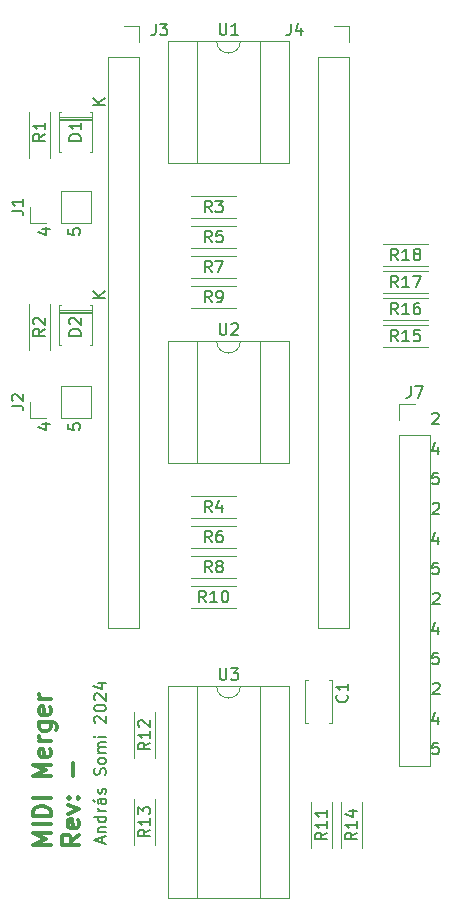
<source format=gto>
G04 #@! TF.GenerationSoftware,KiCad,Pcbnew,7.0.2-0*
G04 #@! TF.CreationDate,2024-11-24T22:08:16+01:00*
G04 #@! TF.ProjectId,MIDI Box,4d494449-2042-46f7-982e-6b696361645f,rev?*
G04 #@! TF.SameCoordinates,Original*
G04 #@! TF.FileFunction,Legend,Top*
G04 #@! TF.FilePolarity,Positive*
%FSLAX46Y46*%
G04 Gerber Fmt 4.6, Leading zero omitted, Abs format (unit mm)*
G04 Created by KiCad (PCBNEW 7.0.2-0) date 2024-11-24 22:08:16*
%MOMM*%
%LPD*%
G01*
G04 APERTURE LIST*
%ADD10C,0.150000*%
%ADD11C,0.300000*%
%ADD12C,0.120000*%
%ADD13C,1.400000*%
%ADD14O,1.400000X1.400000*%
%ADD15R,1.600000X1.600000*%
%ADD16O,1.600000X1.600000*%
%ADD17R,1.700000X1.700000*%
%ADD18O,1.700000X1.700000*%
%ADD19C,2.100000*%
%ADD20R,2.000000X2.000000*%
%ADD21O,2.000000X2.000000*%
%ADD22C,1.600000*%
G04 APERTURE END LIST*
D10*
X178498476Y-96746952D02*
X178498476Y-97413619D01*
X178260381Y-96366000D02*
X178022286Y-97080285D01*
X178022286Y-97080285D02*
X178641333Y-97080285D01*
X178546095Y-98953619D02*
X178069905Y-98953619D01*
X178069905Y-98953619D02*
X178022286Y-99429809D01*
X178022286Y-99429809D02*
X178069905Y-99382190D01*
X178069905Y-99382190D02*
X178165143Y-99334571D01*
X178165143Y-99334571D02*
X178403238Y-99334571D01*
X178403238Y-99334571D02*
X178498476Y-99382190D01*
X178498476Y-99382190D02*
X178546095Y-99429809D01*
X178546095Y-99429809D02*
X178593714Y-99525047D01*
X178593714Y-99525047D02*
X178593714Y-99763142D01*
X178593714Y-99763142D02*
X178546095Y-99858380D01*
X178546095Y-99858380D02*
X178498476Y-99906000D01*
X178498476Y-99906000D02*
X178403238Y-99953619D01*
X178403238Y-99953619D02*
X178165143Y-99953619D01*
X178165143Y-99953619D02*
X178069905Y-99906000D01*
X178069905Y-99906000D02*
X178022286Y-99858380D01*
X178098486Y-116828857D02*
X178146105Y-116781238D01*
X178146105Y-116781238D02*
X178241343Y-116733619D01*
X178241343Y-116733619D02*
X178479438Y-116733619D01*
X178479438Y-116733619D02*
X178574676Y-116781238D01*
X178574676Y-116781238D02*
X178622295Y-116828857D01*
X178622295Y-116828857D02*
X178669914Y-116924095D01*
X178669914Y-116924095D02*
X178669914Y-117019333D01*
X178669914Y-117019333D02*
X178622295Y-117162190D01*
X178622295Y-117162190D02*
X178050867Y-117733619D01*
X178050867Y-117733619D02*
X178669914Y-117733619D01*
X178498476Y-104366952D02*
X178498476Y-105033619D01*
X178260381Y-103986000D02*
X178022286Y-104700285D01*
X178022286Y-104700285D02*
X178641333Y-104700285D01*
X178073086Y-101588857D02*
X178120705Y-101541238D01*
X178120705Y-101541238D02*
X178215943Y-101493619D01*
X178215943Y-101493619D02*
X178454038Y-101493619D01*
X178454038Y-101493619D02*
X178549276Y-101541238D01*
X178549276Y-101541238D02*
X178596895Y-101588857D01*
X178596895Y-101588857D02*
X178644514Y-101684095D01*
X178644514Y-101684095D02*
X178644514Y-101779333D01*
X178644514Y-101779333D02*
X178596895Y-101922190D01*
X178596895Y-101922190D02*
X178025467Y-102493619D01*
X178025467Y-102493619D02*
X178644514Y-102493619D01*
X178546095Y-121813619D02*
X178069905Y-121813619D01*
X178069905Y-121813619D02*
X178022286Y-122289809D01*
X178022286Y-122289809D02*
X178069905Y-122242190D01*
X178069905Y-122242190D02*
X178165143Y-122194571D01*
X178165143Y-122194571D02*
X178403238Y-122194571D01*
X178403238Y-122194571D02*
X178498476Y-122242190D01*
X178498476Y-122242190D02*
X178546095Y-122289809D01*
X178546095Y-122289809D02*
X178593714Y-122385047D01*
X178593714Y-122385047D02*
X178593714Y-122623142D01*
X178593714Y-122623142D02*
X178546095Y-122718380D01*
X178546095Y-122718380D02*
X178498476Y-122766000D01*
X178498476Y-122766000D02*
X178403238Y-122813619D01*
X178403238Y-122813619D02*
X178165143Y-122813619D01*
X178165143Y-122813619D02*
X178069905Y-122766000D01*
X178069905Y-122766000D02*
X178022286Y-122718380D01*
X178498476Y-111986952D02*
X178498476Y-112653619D01*
X178260381Y-111606000D02*
X178022286Y-112320285D01*
X178022286Y-112320285D02*
X178641333Y-112320285D01*
X178098486Y-109208857D02*
X178146105Y-109161238D01*
X178146105Y-109161238D02*
X178241343Y-109113619D01*
X178241343Y-109113619D02*
X178479438Y-109113619D01*
X178479438Y-109113619D02*
X178574676Y-109161238D01*
X178574676Y-109161238D02*
X178622295Y-109208857D01*
X178622295Y-109208857D02*
X178669914Y-109304095D01*
X178669914Y-109304095D02*
X178669914Y-109399333D01*
X178669914Y-109399333D02*
X178622295Y-109542190D01*
X178622295Y-109542190D02*
X178050867Y-110113619D01*
X178050867Y-110113619D02*
X178669914Y-110113619D01*
X145006952Y-94837333D02*
X145673619Y-94837333D01*
X144626000Y-95075428D02*
X145340285Y-95313523D01*
X145340285Y-95313523D02*
X145340285Y-94694476D01*
X178498476Y-119606952D02*
X178498476Y-120273619D01*
X178260381Y-119226000D02*
X178022286Y-119940285D01*
X178022286Y-119940285D02*
X178641333Y-119940285D01*
X145006952Y-78327333D02*
X145673619Y-78327333D01*
X144626000Y-78565428D02*
X145340285Y-78803523D01*
X145340285Y-78803523D02*
X145340285Y-78184476D01*
X150112304Y-130314723D02*
X150112304Y-129838533D01*
X150398019Y-130409961D02*
X149398019Y-130076628D01*
X149398019Y-130076628D02*
X150398019Y-129743295D01*
X149731352Y-129409961D02*
X150398019Y-129409961D01*
X149826590Y-129409961D02*
X149778971Y-129362342D01*
X149778971Y-129362342D02*
X149731352Y-129267104D01*
X149731352Y-129267104D02*
X149731352Y-129124247D01*
X149731352Y-129124247D02*
X149778971Y-129029009D01*
X149778971Y-129029009D02*
X149874209Y-128981390D01*
X149874209Y-128981390D02*
X150398019Y-128981390D01*
X150398019Y-128076628D02*
X149398019Y-128076628D01*
X150350400Y-128076628D02*
X150398019Y-128171866D01*
X150398019Y-128171866D02*
X150398019Y-128362342D01*
X150398019Y-128362342D02*
X150350400Y-128457580D01*
X150350400Y-128457580D02*
X150302780Y-128505199D01*
X150302780Y-128505199D02*
X150207542Y-128552818D01*
X150207542Y-128552818D02*
X149921828Y-128552818D01*
X149921828Y-128552818D02*
X149826590Y-128505199D01*
X149826590Y-128505199D02*
X149778971Y-128457580D01*
X149778971Y-128457580D02*
X149731352Y-128362342D01*
X149731352Y-128362342D02*
X149731352Y-128171866D01*
X149731352Y-128171866D02*
X149778971Y-128076628D01*
X150398019Y-127600437D02*
X149731352Y-127600437D01*
X149921828Y-127600437D02*
X149826590Y-127552818D01*
X149826590Y-127552818D02*
X149778971Y-127505199D01*
X149778971Y-127505199D02*
X149731352Y-127409961D01*
X149731352Y-127409961D02*
X149731352Y-127314723D01*
X150398019Y-126552818D02*
X149874209Y-126552818D01*
X149874209Y-126552818D02*
X149778971Y-126600437D01*
X149778971Y-126600437D02*
X149731352Y-126695675D01*
X149731352Y-126695675D02*
X149731352Y-126886151D01*
X149731352Y-126886151D02*
X149778971Y-126981389D01*
X150350400Y-126552818D02*
X150398019Y-126648056D01*
X150398019Y-126648056D02*
X150398019Y-126886151D01*
X150398019Y-126886151D02*
X150350400Y-126981389D01*
X150350400Y-126981389D02*
X150255161Y-127029008D01*
X150255161Y-127029008D02*
X150159923Y-127029008D01*
X150159923Y-127029008D02*
X150064685Y-126981389D01*
X150064685Y-126981389D02*
X150017066Y-126886151D01*
X150017066Y-126886151D02*
X150017066Y-126648056D01*
X150017066Y-126648056D02*
X149969447Y-126552818D01*
X149350400Y-126695675D02*
X149493257Y-126838532D01*
X150350400Y-126124246D02*
X150398019Y-126029008D01*
X150398019Y-126029008D02*
X150398019Y-125838532D01*
X150398019Y-125838532D02*
X150350400Y-125743294D01*
X150350400Y-125743294D02*
X150255161Y-125695675D01*
X150255161Y-125695675D02*
X150207542Y-125695675D01*
X150207542Y-125695675D02*
X150112304Y-125743294D01*
X150112304Y-125743294D02*
X150064685Y-125838532D01*
X150064685Y-125838532D02*
X150064685Y-125981389D01*
X150064685Y-125981389D02*
X150017066Y-126076627D01*
X150017066Y-126076627D02*
X149921828Y-126124246D01*
X149921828Y-126124246D02*
X149874209Y-126124246D01*
X149874209Y-126124246D02*
X149778971Y-126076627D01*
X149778971Y-126076627D02*
X149731352Y-125981389D01*
X149731352Y-125981389D02*
X149731352Y-125838532D01*
X149731352Y-125838532D02*
X149778971Y-125743294D01*
X150350400Y-124552817D02*
X150398019Y-124409960D01*
X150398019Y-124409960D02*
X150398019Y-124171865D01*
X150398019Y-124171865D02*
X150350400Y-124076627D01*
X150350400Y-124076627D02*
X150302780Y-124029008D01*
X150302780Y-124029008D02*
X150207542Y-123981389D01*
X150207542Y-123981389D02*
X150112304Y-123981389D01*
X150112304Y-123981389D02*
X150017066Y-124029008D01*
X150017066Y-124029008D02*
X149969447Y-124076627D01*
X149969447Y-124076627D02*
X149921828Y-124171865D01*
X149921828Y-124171865D02*
X149874209Y-124362341D01*
X149874209Y-124362341D02*
X149826590Y-124457579D01*
X149826590Y-124457579D02*
X149778971Y-124505198D01*
X149778971Y-124505198D02*
X149683733Y-124552817D01*
X149683733Y-124552817D02*
X149588495Y-124552817D01*
X149588495Y-124552817D02*
X149493257Y-124505198D01*
X149493257Y-124505198D02*
X149445638Y-124457579D01*
X149445638Y-124457579D02*
X149398019Y-124362341D01*
X149398019Y-124362341D02*
X149398019Y-124124246D01*
X149398019Y-124124246D02*
X149445638Y-123981389D01*
X150398019Y-123409960D02*
X150350400Y-123505198D01*
X150350400Y-123505198D02*
X150302780Y-123552817D01*
X150302780Y-123552817D02*
X150207542Y-123600436D01*
X150207542Y-123600436D02*
X149921828Y-123600436D01*
X149921828Y-123600436D02*
X149826590Y-123552817D01*
X149826590Y-123552817D02*
X149778971Y-123505198D01*
X149778971Y-123505198D02*
X149731352Y-123409960D01*
X149731352Y-123409960D02*
X149731352Y-123267103D01*
X149731352Y-123267103D02*
X149778971Y-123171865D01*
X149778971Y-123171865D02*
X149826590Y-123124246D01*
X149826590Y-123124246D02*
X149921828Y-123076627D01*
X149921828Y-123076627D02*
X150207542Y-123076627D01*
X150207542Y-123076627D02*
X150302780Y-123124246D01*
X150302780Y-123124246D02*
X150350400Y-123171865D01*
X150350400Y-123171865D02*
X150398019Y-123267103D01*
X150398019Y-123267103D02*
X150398019Y-123409960D01*
X150398019Y-122648055D02*
X149731352Y-122648055D01*
X149826590Y-122648055D02*
X149778971Y-122600436D01*
X149778971Y-122600436D02*
X149731352Y-122505198D01*
X149731352Y-122505198D02*
X149731352Y-122362341D01*
X149731352Y-122362341D02*
X149778971Y-122267103D01*
X149778971Y-122267103D02*
X149874209Y-122219484D01*
X149874209Y-122219484D02*
X150398019Y-122219484D01*
X149874209Y-122219484D02*
X149778971Y-122171865D01*
X149778971Y-122171865D02*
X149731352Y-122076627D01*
X149731352Y-122076627D02*
X149731352Y-121933770D01*
X149731352Y-121933770D02*
X149778971Y-121838531D01*
X149778971Y-121838531D02*
X149874209Y-121790912D01*
X149874209Y-121790912D02*
X150398019Y-121790912D01*
X150398019Y-121314722D02*
X149731352Y-121314722D01*
X149398019Y-121314722D02*
X149445638Y-121362341D01*
X149445638Y-121362341D02*
X149493257Y-121314722D01*
X149493257Y-121314722D02*
X149445638Y-121267103D01*
X149445638Y-121267103D02*
X149398019Y-121314722D01*
X149398019Y-121314722D02*
X149493257Y-121314722D01*
X149493257Y-120124246D02*
X149445638Y-120076627D01*
X149445638Y-120076627D02*
X149398019Y-119981389D01*
X149398019Y-119981389D02*
X149398019Y-119743294D01*
X149398019Y-119743294D02*
X149445638Y-119648056D01*
X149445638Y-119648056D02*
X149493257Y-119600437D01*
X149493257Y-119600437D02*
X149588495Y-119552818D01*
X149588495Y-119552818D02*
X149683733Y-119552818D01*
X149683733Y-119552818D02*
X149826590Y-119600437D01*
X149826590Y-119600437D02*
X150398019Y-120171865D01*
X150398019Y-120171865D02*
X150398019Y-119552818D01*
X149398019Y-118933770D02*
X149398019Y-118838532D01*
X149398019Y-118838532D02*
X149445638Y-118743294D01*
X149445638Y-118743294D02*
X149493257Y-118695675D01*
X149493257Y-118695675D02*
X149588495Y-118648056D01*
X149588495Y-118648056D02*
X149778971Y-118600437D01*
X149778971Y-118600437D02*
X150017066Y-118600437D01*
X150017066Y-118600437D02*
X150207542Y-118648056D01*
X150207542Y-118648056D02*
X150302780Y-118695675D01*
X150302780Y-118695675D02*
X150350400Y-118743294D01*
X150350400Y-118743294D02*
X150398019Y-118838532D01*
X150398019Y-118838532D02*
X150398019Y-118933770D01*
X150398019Y-118933770D02*
X150350400Y-119029008D01*
X150350400Y-119029008D02*
X150302780Y-119076627D01*
X150302780Y-119076627D02*
X150207542Y-119124246D01*
X150207542Y-119124246D02*
X150017066Y-119171865D01*
X150017066Y-119171865D02*
X149778971Y-119171865D01*
X149778971Y-119171865D02*
X149588495Y-119124246D01*
X149588495Y-119124246D02*
X149493257Y-119076627D01*
X149493257Y-119076627D02*
X149445638Y-119029008D01*
X149445638Y-119029008D02*
X149398019Y-118933770D01*
X149493257Y-118219484D02*
X149445638Y-118171865D01*
X149445638Y-118171865D02*
X149398019Y-118076627D01*
X149398019Y-118076627D02*
X149398019Y-117838532D01*
X149398019Y-117838532D02*
X149445638Y-117743294D01*
X149445638Y-117743294D02*
X149493257Y-117695675D01*
X149493257Y-117695675D02*
X149588495Y-117648056D01*
X149588495Y-117648056D02*
X149683733Y-117648056D01*
X149683733Y-117648056D02*
X149826590Y-117695675D01*
X149826590Y-117695675D02*
X150398019Y-118267103D01*
X150398019Y-118267103D02*
X150398019Y-117648056D01*
X149731352Y-116790913D02*
X150398019Y-116790913D01*
X149350400Y-117029008D02*
X150064685Y-117267103D01*
X150064685Y-117267103D02*
X150064685Y-116648056D01*
D11*
X145722428Y-130452857D02*
X144222428Y-130452857D01*
X144222428Y-130452857D02*
X145293857Y-129952857D01*
X145293857Y-129952857D02*
X144222428Y-129452857D01*
X144222428Y-129452857D02*
X145722428Y-129452857D01*
X145722428Y-128738571D02*
X144222428Y-128738571D01*
X145722428Y-128024285D02*
X144222428Y-128024285D01*
X144222428Y-128024285D02*
X144222428Y-127667142D01*
X144222428Y-127667142D02*
X144293857Y-127452856D01*
X144293857Y-127452856D02*
X144436714Y-127309999D01*
X144436714Y-127309999D02*
X144579571Y-127238570D01*
X144579571Y-127238570D02*
X144865285Y-127167142D01*
X144865285Y-127167142D02*
X145079571Y-127167142D01*
X145079571Y-127167142D02*
X145365285Y-127238570D01*
X145365285Y-127238570D02*
X145508142Y-127309999D01*
X145508142Y-127309999D02*
X145651000Y-127452856D01*
X145651000Y-127452856D02*
X145722428Y-127667142D01*
X145722428Y-127667142D02*
X145722428Y-128024285D01*
X145722428Y-126524285D02*
X144222428Y-126524285D01*
X145722428Y-124667142D02*
X144222428Y-124667142D01*
X144222428Y-124667142D02*
X145293857Y-124167142D01*
X145293857Y-124167142D02*
X144222428Y-123667142D01*
X144222428Y-123667142D02*
X145722428Y-123667142D01*
X145651000Y-122381427D02*
X145722428Y-122524284D01*
X145722428Y-122524284D02*
X145722428Y-122809999D01*
X145722428Y-122809999D02*
X145651000Y-122952856D01*
X145651000Y-122952856D02*
X145508142Y-123024284D01*
X145508142Y-123024284D02*
X144936714Y-123024284D01*
X144936714Y-123024284D02*
X144793857Y-122952856D01*
X144793857Y-122952856D02*
X144722428Y-122809999D01*
X144722428Y-122809999D02*
X144722428Y-122524284D01*
X144722428Y-122524284D02*
X144793857Y-122381427D01*
X144793857Y-122381427D02*
X144936714Y-122309999D01*
X144936714Y-122309999D02*
X145079571Y-122309999D01*
X145079571Y-122309999D02*
X145222428Y-123024284D01*
X145722428Y-121667142D02*
X144722428Y-121667142D01*
X145008142Y-121667142D02*
X144865285Y-121595713D01*
X144865285Y-121595713D02*
X144793857Y-121524285D01*
X144793857Y-121524285D02*
X144722428Y-121381427D01*
X144722428Y-121381427D02*
X144722428Y-121238570D01*
X144722428Y-120095714D02*
X145936714Y-120095714D01*
X145936714Y-120095714D02*
X146079571Y-120167142D01*
X146079571Y-120167142D02*
X146151000Y-120238571D01*
X146151000Y-120238571D02*
X146222428Y-120381428D01*
X146222428Y-120381428D02*
X146222428Y-120595714D01*
X146222428Y-120595714D02*
X146151000Y-120738571D01*
X145651000Y-120095714D02*
X145722428Y-120238571D01*
X145722428Y-120238571D02*
X145722428Y-120524285D01*
X145722428Y-120524285D02*
X145651000Y-120667142D01*
X145651000Y-120667142D02*
X145579571Y-120738571D01*
X145579571Y-120738571D02*
X145436714Y-120809999D01*
X145436714Y-120809999D02*
X145008142Y-120809999D01*
X145008142Y-120809999D02*
X144865285Y-120738571D01*
X144865285Y-120738571D02*
X144793857Y-120667142D01*
X144793857Y-120667142D02*
X144722428Y-120524285D01*
X144722428Y-120524285D02*
X144722428Y-120238571D01*
X144722428Y-120238571D02*
X144793857Y-120095714D01*
X145651000Y-118809999D02*
X145722428Y-118952856D01*
X145722428Y-118952856D02*
X145722428Y-119238571D01*
X145722428Y-119238571D02*
X145651000Y-119381428D01*
X145651000Y-119381428D02*
X145508142Y-119452856D01*
X145508142Y-119452856D02*
X144936714Y-119452856D01*
X144936714Y-119452856D02*
X144793857Y-119381428D01*
X144793857Y-119381428D02*
X144722428Y-119238571D01*
X144722428Y-119238571D02*
X144722428Y-118952856D01*
X144722428Y-118952856D02*
X144793857Y-118809999D01*
X144793857Y-118809999D02*
X144936714Y-118738571D01*
X144936714Y-118738571D02*
X145079571Y-118738571D01*
X145079571Y-118738571D02*
X145222428Y-119452856D01*
X145722428Y-118095714D02*
X144722428Y-118095714D01*
X145008142Y-118095714D02*
X144865285Y-118024285D01*
X144865285Y-118024285D02*
X144793857Y-117952857D01*
X144793857Y-117952857D02*
X144722428Y-117809999D01*
X144722428Y-117809999D02*
X144722428Y-117667142D01*
X148152428Y-129595714D02*
X147438142Y-130095714D01*
X148152428Y-130452857D02*
X146652428Y-130452857D01*
X146652428Y-130452857D02*
X146652428Y-129881428D01*
X146652428Y-129881428D02*
X146723857Y-129738571D01*
X146723857Y-129738571D02*
X146795285Y-129667142D01*
X146795285Y-129667142D02*
X146938142Y-129595714D01*
X146938142Y-129595714D02*
X147152428Y-129595714D01*
X147152428Y-129595714D02*
X147295285Y-129667142D01*
X147295285Y-129667142D02*
X147366714Y-129738571D01*
X147366714Y-129738571D02*
X147438142Y-129881428D01*
X147438142Y-129881428D02*
X147438142Y-130452857D01*
X148081000Y-128381428D02*
X148152428Y-128524285D01*
X148152428Y-128524285D02*
X148152428Y-128810000D01*
X148152428Y-128810000D02*
X148081000Y-128952857D01*
X148081000Y-128952857D02*
X147938142Y-129024285D01*
X147938142Y-129024285D02*
X147366714Y-129024285D01*
X147366714Y-129024285D02*
X147223857Y-128952857D01*
X147223857Y-128952857D02*
X147152428Y-128810000D01*
X147152428Y-128810000D02*
X147152428Y-128524285D01*
X147152428Y-128524285D02*
X147223857Y-128381428D01*
X147223857Y-128381428D02*
X147366714Y-128310000D01*
X147366714Y-128310000D02*
X147509571Y-128310000D01*
X147509571Y-128310000D02*
X147652428Y-129024285D01*
X147152428Y-127810000D02*
X148152428Y-127452857D01*
X148152428Y-127452857D02*
X147152428Y-127095714D01*
X148009571Y-126524286D02*
X148081000Y-126452857D01*
X148081000Y-126452857D02*
X148152428Y-126524286D01*
X148152428Y-126524286D02*
X148081000Y-126595714D01*
X148081000Y-126595714D02*
X148009571Y-126524286D01*
X148009571Y-126524286D02*
X148152428Y-126524286D01*
X147223857Y-126524286D02*
X147295285Y-126452857D01*
X147295285Y-126452857D02*
X147366714Y-126524286D01*
X147366714Y-126524286D02*
X147295285Y-126595714D01*
X147295285Y-126595714D02*
X147223857Y-126524286D01*
X147223857Y-126524286D02*
X147366714Y-126524286D01*
X147581000Y-124667143D02*
X147581000Y-123524286D01*
D10*
X178546095Y-106573619D02*
X178069905Y-106573619D01*
X178069905Y-106573619D02*
X178022286Y-107049809D01*
X178022286Y-107049809D02*
X178069905Y-107002190D01*
X178069905Y-107002190D02*
X178165143Y-106954571D01*
X178165143Y-106954571D02*
X178403238Y-106954571D01*
X178403238Y-106954571D02*
X178498476Y-107002190D01*
X178498476Y-107002190D02*
X178546095Y-107049809D01*
X178546095Y-107049809D02*
X178593714Y-107145047D01*
X178593714Y-107145047D02*
X178593714Y-107383142D01*
X178593714Y-107383142D02*
X178546095Y-107478380D01*
X178546095Y-107478380D02*
X178498476Y-107526000D01*
X178498476Y-107526000D02*
X178403238Y-107573619D01*
X178403238Y-107573619D02*
X178165143Y-107573619D01*
X178165143Y-107573619D02*
X178069905Y-107526000D01*
X178069905Y-107526000D02*
X178022286Y-107478380D01*
X147213619Y-78279714D02*
X147213619Y-78755904D01*
X147213619Y-78755904D02*
X147689809Y-78803523D01*
X147689809Y-78803523D02*
X147642190Y-78755904D01*
X147642190Y-78755904D02*
X147594571Y-78660666D01*
X147594571Y-78660666D02*
X147594571Y-78422571D01*
X147594571Y-78422571D02*
X147642190Y-78327333D01*
X147642190Y-78327333D02*
X147689809Y-78279714D01*
X147689809Y-78279714D02*
X147785047Y-78232095D01*
X147785047Y-78232095D02*
X148023142Y-78232095D01*
X148023142Y-78232095D02*
X148118380Y-78279714D01*
X148118380Y-78279714D02*
X148166000Y-78327333D01*
X148166000Y-78327333D02*
X148213619Y-78422571D01*
X148213619Y-78422571D02*
X148213619Y-78660666D01*
X148213619Y-78660666D02*
X148166000Y-78755904D01*
X148166000Y-78755904D02*
X148118380Y-78803523D01*
X178022286Y-93968857D02*
X178069905Y-93921238D01*
X178069905Y-93921238D02*
X178165143Y-93873619D01*
X178165143Y-93873619D02*
X178403238Y-93873619D01*
X178403238Y-93873619D02*
X178498476Y-93921238D01*
X178498476Y-93921238D02*
X178546095Y-93968857D01*
X178546095Y-93968857D02*
X178593714Y-94064095D01*
X178593714Y-94064095D02*
X178593714Y-94159333D01*
X178593714Y-94159333D02*
X178546095Y-94302190D01*
X178546095Y-94302190D02*
X177974667Y-94873619D01*
X177974667Y-94873619D02*
X178593714Y-94873619D01*
X178546095Y-114193619D02*
X178069905Y-114193619D01*
X178069905Y-114193619D02*
X178022286Y-114669809D01*
X178022286Y-114669809D02*
X178069905Y-114622190D01*
X178069905Y-114622190D02*
X178165143Y-114574571D01*
X178165143Y-114574571D02*
X178403238Y-114574571D01*
X178403238Y-114574571D02*
X178498476Y-114622190D01*
X178498476Y-114622190D02*
X178546095Y-114669809D01*
X178546095Y-114669809D02*
X178593714Y-114765047D01*
X178593714Y-114765047D02*
X178593714Y-115003142D01*
X178593714Y-115003142D02*
X178546095Y-115098380D01*
X178546095Y-115098380D02*
X178498476Y-115146000D01*
X178498476Y-115146000D02*
X178403238Y-115193619D01*
X178403238Y-115193619D02*
X178165143Y-115193619D01*
X178165143Y-115193619D02*
X178069905Y-115146000D01*
X178069905Y-115146000D02*
X178022286Y-115098380D01*
X147213619Y-94789714D02*
X147213619Y-95265904D01*
X147213619Y-95265904D02*
X147689809Y-95313523D01*
X147689809Y-95313523D02*
X147642190Y-95265904D01*
X147642190Y-95265904D02*
X147594571Y-95170666D01*
X147594571Y-95170666D02*
X147594571Y-94932571D01*
X147594571Y-94932571D02*
X147642190Y-94837333D01*
X147642190Y-94837333D02*
X147689809Y-94789714D01*
X147689809Y-94789714D02*
X147785047Y-94742095D01*
X147785047Y-94742095D02*
X148023142Y-94742095D01*
X148023142Y-94742095D02*
X148118380Y-94789714D01*
X148118380Y-94789714D02*
X148166000Y-94837333D01*
X148166000Y-94837333D02*
X148213619Y-94932571D01*
X148213619Y-94932571D02*
X148213619Y-95170666D01*
X148213619Y-95170666D02*
X148166000Y-95265904D01*
X148166000Y-95265904D02*
X148118380Y-95313523D01*
X159345333Y-84536619D02*
X159012000Y-84060428D01*
X158773905Y-84536619D02*
X158773905Y-83536619D01*
X158773905Y-83536619D02*
X159154857Y-83536619D01*
X159154857Y-83536619D02*
X159250095Y-83584238D01*
X159250095Y-83584238D02*
X159297714Y-83631857D01*
X159297714Y-83631857D02*
X159345333Y-83727095D01*
X159345333Y-83727095D02*
X159345333Y-83869952D01*
X159345333Y-83869952D02*
X159297714Y-83965190D01*
X159297714Y-83965190D02*
X159250095Y-84012809D01*
X159250095Y-84012809D02*
X159154857Y-84060428D01*
X159154857Y-84060428D02*
X158773905Y-84060428D01*
X159821524Y-84536619D02*
X160012000Y-84536619D01*
X160012000Y-84536619D02*
X160107238Y-84489000D01*
X160107238Y-84489000D02*
X160154857Y-84441380D01*
X160154857Y-84441380D02*
X160250095Y-84298523D01*
X160250095Y-84298523D02*
X160297714Y-84108047D01*
X160297714Y-84108047D02*
X160297714Y-83727095D01*
X160297714Y-83727095D02*
X160250095Y-83631857D01*
X160250095Y-83631857D02*
X160202476Y-83584238D01*
X160202476Y-83584238D02*
X160107238Y-83536619D01*
X160107238Y-83536619D02*
X159916762Y-83536619D01*
X159916762Y-83536619D02*
X159821524Y-83584238D01*
X159821524Y-83584238D02*
X159773905Y-83631857D01*
X159773905Y-83631857D02*
X159726286Y-83727095D01*
X159726286Y-83727095D02*
X159726286Y-83965190D01*
X159726286Y-83965190D02*
X159773905Y-84060428D01*
X159773905Y-84060428D02*
X159821524Y-84108047D01*
X159821524Y-84108047D02*
X159916762Y-84155666D01*
X159916762Y-84155666D02*
X160107238Y-84155666D01*
X160107238Y-84155666D02*
X160202476Y-84108047D01*
X160202476Y-84108047D02*
X160250095Y-84060428D01*
X160250095Y-84060428D02*
X160297714Y-83965190D01*
X160020095Y-115496619D02*
X160020095Y-116306142D01*
X160020095Y-116306142D02*
X160067714Y-116401380D01*
X160067714Y-116401380D02*
X160115333Y-116449000D01*
X160115333Y-116449000D02*
X160210571Y-116496619D01*
X160210571Y-116496619D02*
X160401047Y-116496619D01*
X160401047Y-116496619D02*
X160496285Y-116449000D01*
X160496285Y-116449000D02*
X160543904Y-116401380D01*
X160543904Y-116401380D02*
X160591523Y-116306142D01*
X160591523Y-116306142D02*
X160591523Y-115496619D01*
X160972476Y-115496619D02*
X161591523Y-115496619D01*
X161591523Y-115496619D02*
X161258190Y-115877571D01*
X161258190Y-115877571D02*
X161401047Y-115877571D01*
X161401047Y-115877571D02*
X161496285Y-115925190D01*
X161496285Y-115925190D02*
X161543904Y-115972809D01*
X161543904Y-115972809D02*
X161591523Y-116068047D01*
X161591523Y-116068047D02*
X161591523Y-116306142D01*
X161591523Y-116306142D02*
X161543904Y-116401380D01*
X161543904Y-116401380D02*
X161496285Y-116449000D01*
X161496285Y-116449000D02*
X161401047Y-116496619D01*
X161401047Y-116496619D02*
X161115333Y-116496619D01*
X161115333Y-116496619D02*
X161020095Y-116449000D01*
X161020095Y-116449000D02*
X160972476Y-116401380D01*
X175125142Y-83266619D02*
X174791809Y-82790428D01*
X174553714Y-83266619D02*
X174553714Y-82266619D01*
X174553714Y-82266619D02*
X174934666Y-82266619D01*
X174934666Y-82266619D02*
X175029904Y-82314238D01*
X175029904Y-82314238D02*
X175077523Y-82361857D01*
X175077523Y-82361857D02*
X175125142Y-82457095D01*
X175125142Y-82457095D02*
X175125142Y-82599952D01*
X175125142Y-82599952D02*
X175077523Y-82695190D01*
X175077523Y-82695190D02*
X175029904Y-82742809D01*
X175029904Y-82742809D02*
X174934666Y-82790428D01*
X174934666Y-82790428D02*
X174553714Y-82790428D01*
X176077523Y-83266619D02*
X175506095Y-83266619D01*
X175791809Y-83266619D02*
X175791809Y-82266619D01*
X175791809Y-82266619D02*
X175696571Y-82409476D01*
X175696571Y-82409476D02*
X175601333Y-82504714D01*
X175601333Y-82504714D02*
X175506095Y-82552333D01*
X176410857Y-82266619D02*
X177077523Y-82266619D01*
X177077523Y-82266619D02*
X176648952Y-83266619D01*
X175125142Y-87838619D02*
X174791809Y-87362428D01*
X174553714Y-87838619D02*
X174553714Y-86838619D01*
X174553714Y-86838619D02*
X174934666Y-86838619D01*
X174934666Y-86838619D02*
X175029904Y-86886238D01*
X175029904Y-86886238D02*
X175077523Y-86933857D01*
X175077523Y-86933857D02*
X175125142Y-87029095D01*
X175125142Y-87029095D02*
X175125142Y-87171952D01*
X175125142Y-87171952D02*
X175077523Y-87267190D01*
X175077523Y-87267190D02*
X175029904Y-87314809D01*
X175029904Y-87314809D02*
X174934666Y-87362428D01*
X174934666Y-87362428D02*
X174553714Y-87362428D01*
X176077523Y-87838619D02*
X175506095Y-87838619D01*
X175791809Y-87838619D02*
X175791809Y-86838619D01*
X175791809Y-86838619D02*
X175696571Y-86981476D01*
X175696571Y-86981476D02*
X175601333Y-87076714D01*
X175601333Y-87076714D02*
X175506095Y-87124333D01*
X176982285Y-86838619D02*
X176506095Y-86838619D01*
X176506095Y-86838619D02*
X176458476Y-87314809D01*
X176458476Y-87314809D02*
X176506095Y-87267190D01*
X176506095Y-87267190D02*
X176601333Y-87219571D01*
X176601333Y-87219571D02*
X176839428Y-87219571D01*
X176839428Y-87219571D02*
X176934666Y-87267190D01*
X176934666Y-87267190D02*
X176982285Y-87314809D01*
X176982285Y-87314809D02*
X177029904Y-87410047D01*
X177029904Y-87410047D02*
X177029904Y-87648142D01*
X177029904Y-87648142D02*
X176982285Y-87743380D01*
X176982285Y-87743380D02*
X176934666Y-87791000D01*
X176934666Y-87791000D02*
X176839428Y-87838619D01*
X176839428Y-87838619D02*
X176601333Y-87838619D01*
X176601333Y-87838619D02*
X176506095Y-87791000D01*
X176506095Y-87791000D02*
X176458476Y-87743380D01*
X154132619Y-121800857D02*
X153656428Y-122134190D01*
X154132619Y-122372285D02*
X153132619Y-122372285D01*
X153132619Y-122372285D02*
X153132619Y-121991333D01*
X153132619Y-121991333D02*
X153180238Y-121896095D01*
X153180238Y-121896095D02*
X153227857Y-121848476D01*
X153227857Y-121848476D02*
X153323095Y-121800857D01*
X153323095Y-121800857D02*
X153465952Y-121800857D01*
X153465952Y-121800857D02*
X153561190Y-121848476D01*
X153561190Y-121848476D02*
X153608809Y-121896095D01*
X153608809Y-121896095D02*
X153656428Y-121991333D01*
X153656428Y-121991333D02*
X153656428Y-122372285D01*
X154132619Y-120848476D02*
X154132619Y-121419904D01*
X154132619Y-121134190D02*
X153132619Y-121134190D01*
X153132619Y-121134190D02*
X153275476Y-121229428D01*
X153275476Y-121229428D02*
X153370714Y-121324666D01*
X153370714Y-121324666D02*
X153418333Y-121419904D01*
X153227857Y-120467523D02*
X153180238Y-120419904D01*
X153180238Y-120419904D02*
X153132619Y-120324666D01*
X153132619Y-120324666D02*
X153132619Y-120086571D01*
X153132619Y-120086571D02*
X153180238Y-119991333D01*
X153180238Y-119991333D02*
X153227857Y-119943714D01*
X153227857Y-119943714D02*
X153323095Y-119896095D01*
X153323095Y-119896095D02*
X153418333Y-119896095D01*
X153418333Y-119896095D02*
X153561190Y-119943714D01*
X153561190Y-119943714D02*
X154132619Y-120515142D01*
X154132619Y-120515142D02*
X154132619Y-119896095D01*
X159345333Y-104856619D02*
X159012000Y-104380428D01*
X158773905Y-104856619D02*
X158773905Y-103856619D01*
X158773905Y-103856619D02*
X159154857Y-103856619D01*
X159154857Y-103856619D02*
X159250095Y-103904238D01*
X159250095Y-103904238D02*
X159297714Y-103951857D01*
X159297714Y-103951857D02*
X159345333Y-104047095D01*
X159345333Y-104047095D02*
X159345333Y-104189952D01*
X159345333Y-104189952D02*
X159297714Y-104285190D01*
X159297714Y-104285190D02*
X159250095Y-104332809D01*
X159250095Y-104332809D02*
X159154857Y-104380428D01*
X159154857Y-104380428D02*
X158773905Y-104380428D01*
X160202476Y-103856619D02*
X160012000Y-103856619D01*
X160012000Y-103856619D02*
X159916762Y-103904238D01*
X159916762Y-103904238D02*
X159869143Y-103951857D01*
X159869143Y-103951857D02*
X159773905Y-104094714D01*
X159773905Y-104094714D02*
X159726286Y-104285190D01*
X159726286Y-104285190D02*
X159726286Y-104666142D01*
X159726286Y-104666142D02*
X159773905Y-104761380D01*
X159773905Y-104761380D02*
X159821524Y-104809000D01*
X159821524Y-104809000D02*
X159916762Y-104856619D01*
X159916762Y-104856619D02*
X160107238Y-104856619D01*
X160107238Y-104856619D02*
X160202476Y-104809000D01*
X160202476Y-104809000D02*
X160250095Y-104761380D01*
X160250095Y-104761380D02*
X160297714Y-104666142D01*
X160297714Y-104666142D02*
X160297714Y-104428047D01*
X160297714Y-104428047D02*
X160250095Y-104332809D01*
X160250095Y-104332809D02*
X160202476Y-104285190D01*
X160202476Y-104285190D02*
X160107238Y-104237571D01*
X160107238Y-104237571D02*
X159916762Y-104237571D01*
X159916762Y-104237571D02*
X159821524Y-104285190D01*
X159821524Y-104285190D02*
X159773905Y-104332809D01*
X159773905Y-104332809D02*
X159726286Y-104428047D01*
X175125142Y-80980619D02*
X174791809Y-80504428D01*
X174553714Y-80980619D02*
X174553714Y-79980619D01*
X174553714Y-79980619D02*
X174934666Y-79980619D01*
X174934666Y-79980619D02*
X175029904Y-80028238D01*
X175029904Y-80028238D02*
X175077523Y-80075857D01*
X175077523Y-80075857D02*
X175125142Y-80171095D01*
X175125142Y-80171095D02*
X175125142Y-80313952D01*
X175125142Y-80313952D02*
X175077523Y-80409190D01*
X175077523Y-80409190D02*
X175029904Y-80456809D01*
X175029904Y-80456809D02*
X174934666Y-80504428D01*
X174934666Y-80504428D02*
X174553714Y-80504428D01*
X176077523Y-80980619D02*
X175506095Y-80980619D01*
X175791809Y-80980619D02*
X175791809Y-79980619D01*
X175791809Y-79980619D02*
X175696571Y-80123476D01*
X175696571Y-80123476D02*
X175601333Y-80218714D01*
X175601333Y-80218714D02*
X175506095Y-80266333D01*
X176648952Y-80409190D02*
X176553714Y-80361571D01*
X176553714Y-80361571D02*
X176506095Y-80313952D01*
X176506095Y-80313952D02*
X176458476Y-80218714D01*
X176458476Y-80218714D02*
X176458476Y-80171095D01*
X176458476Y-80171095D02*
X176506095Y-80075857D01*
X176506095Y-80075857D02*
X176553714Y-80028238D01*
X176553714Y-80028238D02*
X176648952Y-79980619D01*
X176648952Y-79980619D02*
X176839428Y-79980619D01*
X176839428Y-79980619D02*
X176934666Y-80028238D01*
X176934666Y-80028238D02*
X176982285Y-80075857D01*
X176982285Y-80075857D02*
X177029904Y-80171095D01*
X177029904Y-80171095D02*
X177029904Y-80218714D01*
X177029904Y-80218714D02*
X176982285Y-80313952D01*
X176982285Y-80313952D02*
X176934666Y-80361571D01*
X176934666Y-80361571D02*
X176839428Y-80409190D01*
X176839428Y-80409190D02*
X176648952Y-80409190D01*
X176648952Y-80409190D02*
X176553714Y-80456809D01*
X176553714Y-80456809D02*
X176506095Y-80504428D01*
X176506095Y-80504428D02*
X176458476Y-80599666D01*
X176458476Y-80599666D02*
X176458476Y-80790142D01*
X176458476Y-80790142D02*
X176506095Y-80885380D01*
X176506095Y-80885380D02*
X176553714Y-80933000D01*
X176553714Y-80933000D02*
X176648952Y-80980619D01*
X176648952Y-80980619D02*
X176839428Y-80980619D01*
X176839428Y-80980619D02*
X176934666Y-80933000D01*
X176934666Y-80933000D02*
X176982285Y-80885380D01*
X176982285Y-80885380D02*
X177029904Y-80790142D01*
X177029904Y-80790142D02*
X177029904Y-80599666D01*
X177029904Y-80599666D02*
X176982285Y-80504428D01*
X176982285Y-80504428D02*
X176934666Y-80456809D01*
X176934666Y-80456809D02*
X176839428Y-80409190D01*
X154132619Y-129166857D02*
X153656428Y-129500190D01*
X154132619Y-129738285D02*
X153132619Y-129738285D01*
X153132619Y-129738285D02*
X153132619Y-129357333D01*
X153132619Y-129357333D02*
X153180238Y-129262095D01*
X153180238Y-129262095D02*
X153227857Y-129214476D01*
X153227857Y-129214476D02*
X153323095Y-129166857D01*
X153323095Y-129166857D02*
X153465952Y-129166857D01*
X153465952Y-129166857D02*
X153561190Y-129214476D01*
X153561190Y-129214476D02*
X153608809Y-129262095D01*
X153608809Y-129262095D02*
X153656428Y-129357333D01*
X153656428Y-129357333D02*
X153656428Y-129738285D01*
X154132619Y-128214476D02*
X154132619Y-128785904D01*
X154132619Y-128500190D02*
X153132619Y-128500190D01*
X153132619Y-128500190D02*
X153275476Y-128595428D01*
X153275476Y-128595428D02*
X153370714Y-128690666D01*
X153370714Y-128690666D02*
X153418333Y-128785904D01*
X153132619Y-127881142D02*
X153132619Y-127262095D01*
X153132619Y-127262095D02*
X153513571Y-127595428D01*
X153513571Y-127595428D02*
X153513571Y-127452571D01*
X153513571Y-127452571D02*
X153561190Y-127357333D01*
X153561190Y-127357333D02*
X153608809Y-127309714D01*
X153608809Y-127309714D02*
X153704047Y-127262095D01*
X153704047Y-127262095D02*
X153942142Y-127262095D01*
X153942142Y-127262095D02*
X154037380Y-127309714D01*
X154037380Y-127309714D02*
X154085000Y-127357333D01*
X154085000Y-127357333D02*
X154132619Y-127452571D01*
X154132619Y-127452571D02*
X154132619Y-127738285D01*
X154132619Y-127738285D02*
X154085000Y-127833523D01*
X154085000Y-127833523D02*
X154037380Y-127881142D01*
X176196666Y-91620619D02*
X176196666Y-92334904D01*
X176196666Y-92334904D02*
X176149047Y-92477761D01*
X176149047Y-92477761D02*
X176053809Y-92573000D01*
X176053809Y-92573000D02*
X175910952Y-92620619D01*
X175910952Y-92620619D02*
X175815714Y-92620619D01*
X176577619Y-91620619D02*
X177244285Y-91620619D01*
X177244285Y-91620619D02*
X176815714Y-92620619D01*
X171658619Y-129420857D02*
X171182428Y-129754190D01*
X171658619Y-129992285D02*
X170658619Y-129992285D01*
X170658619Y-129992285D02*
X170658619Y-129611333D01*
X170658619Y-129611333D02*
X170706238Y-129516095D01*
X170706238Y-129516095D02*
X170753857Y-129468476D01*
X170753857Y-129468476D02*
X170849095Y-129420857D01*
X170849095Y-129420857D02*
X170991952Y-129420857D01*
X170991952Y-129420857D02*
X171087190Y-129468476D01*
X171087190Y-129468476D02*
X171134809Y-129516095D01*
X171134809Y-129516095D02*
X171182428Y-129611333D01*
X171182428Y-129611333D02*
X171182428Y-129992285D01*
X171658619Y-128468476D02*
X171658619Y-129039904D01*
X171658619Y-128754190D02*
X170658619Y-128754190D01*
X170658619Y-128754190D02*
X170801476Y-128849428D01*
X170801476Y-128849428D02*
X170896714Y-128944666D01*
X170896714Y-128944666D02*
X170944333Y-129039904D01*
X170991952Y-127611333D02*
X171658619Y-127611333D01*
X170611000Y-127849428D02*
X171325285Y-128087523D01*
X171325285Y-128087523D02*
X171325285Y-127468476D01*
X159345333Y-79456619D02*
X159012000Y-78980428D01*
X158773905Y-79456619D02*
X158773905Y-78456619D01*
X158773905Y-78456619D02*
X159154857Y-78456619D01*
X159154857Y-78456619D02*
X159250095Y-78504238D01*
X159250095Y-78504238D02*
X159297714Y-78551857D01*
X159297714Y-78551857D02*
X159345333Y-78647095D01*
X159345333Y-78647095D02*
X159345333Y-78789952D01*
X159345333Y-78789952D02*
X159297714Y-78885190D01*
X159297714Y-78885190D02*
X159250095Y-78932809D01*
X159250095Y-78932809D02*
X159154857Y-78980428D01*
X159154857Y-78980428D02*
X158773905Y-78980428D01*
X160250095Y-78456619D02*
X159773905Y-78456619D01*
X159773905Y-78456619D02*
X159726286Y-78932809D01*
X159726286Y-78932809D02*
X159773905Y-78885190D01*
X159773905Y-78885190D02*
X159869143Y-78837571D01*
X159869143Y-78837571D02*
X160107238Y-78837571D01*
X160107238Y-78837571D02*
X160202476Y-78885190D01*
X160202476Y-78885190D02*
X160250095Y-78932809D01*
X160250095Y-78932809D02*
X160297714Y-79028047D01*
X160297714Y-79028047D02*
X160297714Y-79266142D01*
X160297714Y-79266142D02*
X160250095Y-79361380D01*
X160250095Y-79361380D02*
X160202476Y-79409000D01*
X160202476Y-79409000D02*
X160107238Y-79456619D01*
X160107238Y-79456619D02*
X159869143Y-79456619D01*
X159869143Y-79456619D02*
X159773905Y-79409000D01*
X159773905Y-79409000D02*
X159726286Y-79361380D01*
X166036666Y-60930619D02*
X166036666Y-61644904D01*
X166036666Y-61644904D02*
X165989047Y-61787761D01*
X165989047Y-61787761D02*
X165893809Y-61883000D01*
X165893809Y-61883000D02*
X165750952Y-61930619D01*
X165750952Y-61930619D02*
X165655714Y-61930619D01*
X166941428Y-61263952D02*
X166941428Y-61930619D01*
X166703333Y-60883000D02*
X166465238Y-61597285D01*
X166465238Y-61597285D02*
X167084285Y-61597285D01*
X160020095Y-86286619D02*
X160020095Y-87096142D01*
X160020095Y-87096142D02*
X160067714Y-87191380D01*
X160067714Y-87191380D02*
X160115333Y-87239000D01*
X160115333Y-87239000D02*
X160210571Y-87286619D01*
X160210571Y-87286619D02*
X160401047Y-87286619D01*
X160401047Y-87286619D02*
X160496285Y-87239000D01*
X160496285Y-87239000D02*
X160543904Y-87191380D01*
X160543904Y-87191380D02*
X160591523Y-87096142D01*
X160591523Y-87096142D02*
X160591523Y-86286619D01*
X161020095Y-86381857D02*
X161067714Y-86334238D01*
X161067714Y-86334238D02*
X161162952Y-86286619D01*
X161162952Y-86286619D02*
X161401047Y-86286619D01*
X161401047Y-86286619D02*
X161496285Y-86334238D01*
X161496285Y-86334238D02*
X161543904Y-86381857D01*
X161543904Y-86381857D02*
X161591523Y-86477095D01*
X161591523Y-86477095D02*
X161591523Y-86572333D01*
X161591523Y-86572333D02*
X161543904Y-86715190D01*
X161543904Y-86715190D02*
X160972476Y-87286619D01*
X160972476Y-87286619D02*
X161591523Y-87286619D01*
X145242619Y-86780666D02*
X144766428Y-87113999D01*
X145242619Y-87352094D02*
X144242619Y-87352094D01*
X144242619Y-87352094D02*
X144242619Y-86971142D01*
X144242619Y-86971142D02*
X144290238Y-86875904D01*
X144290238Y-86875904D02*
X144337857Y-86828285D01*
X144337857Y-86828285D02*
X144433095Y-86780666D01*
X144433095Y-86780666D02*
X144575952Y-86780666D01*
X144575952Y-86780666D02*
X144671190Y-86828285D01*
X144671190Y-86828285D02*
X144718809Y-86875904D01*
X144718809Y-86875904D02*
X144766428Y-86971142D01*
X144766428Y-86971142D02*
X144766428Y-87352094D01*
X144337857Y-86399713D02*
X144290238Y-86352094D01*
X144290238Y-86352094D02*
X144242619Y-86256856D01*
X144242619Y-86256856D02*
X144242619Y-86018761D01*
X144242619Y-86018761D02*
X144290238Y-85923523D01*
X144290238Y-85923523D02*
X144337857Y-85875904D01*
X144337857Y-85875904D02*
X144433095Y-85828285D01*
X144433095Y-85828285D02*
X144528333Y-85828285D01*
X144528333Y-85828285D02*
X144671190Y-85875904D01*
X144671190Y-85875904D02*
X145242619Y-86447332D01*
X145242619Y-86447332D02*
X145242619Y-85828285D01*
X154606666Y-60930619D02*
X154606666Y-61644904D01*
X154606666Y-61644904D02*
X154559047Y-61787761D01*
X154559047Y-61787761D02*
X154463809Y-61883000D01*
X154463809Y-61883000D02*
X154320952Y-61930619D01*
X154320952Y-61930619D02*
X154225714Y-61930619D01*
X154987619Y-60930619D02*
X155606666Y-60930619D01*
X155606666Y-60930619D02*
X155273333Y-61311571D01*
X155273333Y-61311571D02*
X155416190Y-61311571D01*
X155416190Y-61311571D02*
X155511428Y-61359190D01*
X155511428Y-61359190D02*
X155559047Y-61406809D01*
X155559047Y-61406809D02*
X155606666Y-61502047D01*
X155606666Y-61502047D02*
X155606666Y-61740142D01*
X155606666Y-61740142D02*
X155559047Y-61835380D01*
X155559047Y-61835380D02*
X155511428Y-61883000D01*
X155511428Y-61883000D02*
X155416190Y-61930619D01*
X155416190Y-61930619D02*
X155130476Y-61930619D01*
X155130476Y-61930619D02*
X155035238Y-61883000D01*
X155035238Y-61883000D02*
X154987619Y-61835380D01*
X159345333Y-81996619D02*
X159012000Y-81520428D01*
X158773905Y-81996619D02*
X158773905Y-80996619D01*
X158773905Y-80996619D02*
X159154857Y-80996619D01*
X159154857Y-80996619D02*
X159250095Y-81044238D01*
X159250095Y-81044238D02*
X159297714Y-81091857D01*
X159297714Y-81091857D02*
X159345333Y-81187095D01*
X159345333Y-81187095D02*
X159345333Y-81329952D01*
X159345333Y-81329952D02*
X159297714Y-81425190D01*
X159297714Y-81425190D02*
X159250095Y-81472809D01*
X159250095Y-81472809D02*
X159154857Y-81520428D01*
X159154857Y-81520428D02*
X158773905Y-81520428D01*
X159678667Y-80996619D02*
X160345333Y-80996619D01*
X160345333Y-80996619D02*
X159916762Y-81996619D01*
X160020095Y-60886619D02*
X160020095Y-61696142D01*
X160020095Y-61696142D02*
X160067714Y-61791380D01*
X160067714Y-61791380D02*
X160115333Y-61839000D01*
X160115333Y-61839000D02*
X160210571Y-61886619D01*
X160210571Y-61886619D02*
X160401047Y-61886619D01*
X160401047Y-61886619D02*
X160496285Y-61839000D01*
X160496285Y-61839000D02*
X160543904Y-61791380D01*
X160543904Y-61791380D02*
X160591523Y-61696142D01*
X160591523Y-61696142D02*
X160591523Y-60886619D01*
X161591523Y-61886619D02*
X161020095Y-61886619D01*
X161305809Y-61886619D02*
X161305809Y-60886619D01*
X161305809Y-60886619D02*
X161210571Y-61029476D01*
X161210571Y-61029476D02*
X161115333Y-61124714D01*
X161115333Y-61124714D02*
X161020095Y-61172333D01*
X142420619Y-93297333D02*
X143134904Y-93297333D01*
X143134904Y-93297333D02*
X143277761Y-93344952D01*
X143277761Y-93344952D02*
X143373000Y-93440190D01*
X143373000Y-93440190D02*
X143420619Y-93583047D01*
X143420619Y-93583047D02*
X143420619Y-93678285D01*
X142515857Y-92868761D02*
X142468238Y-92821142D01*
X142468238Y-92821142D02*
X142420619Y-92725904D01*
X142420619Y-92725904D02*
X142420619Y-92487809D01*
X142420619Y-92487809D02*
X142468238Y-92392571D01*
X142468238Y-92392571D02*
X142515857Y-92344952D01*
X142515857Y-92344952D02*
X142611095Y-92297333D01*
X142611095Y-92297333D02*
X142706333Y-92297333D01*
X142706333Y-92297333D02*
X142849190Y-92344952D01*
X142849190Y-92344952D02*
X143420619Y-92916380D01*
X143420619Y-92916380D02*
X143420619Y-92297333D01*
X148290619Y-87352094D02*
X147290619Y-87352094D01*
X147290619Y-87352094D02*
X147290619Y-87113999D01*
X147290619Y-87113999D02*
X147338238Y-86971142D01*
X147338238Y-86971142D02*
X147433476Y-86875904D01*
X147433476Y-86875904D02*
X147528714Y-86828285D01*
X147528714Y-86828285D02*
X147719190Y-86780666D01*
X147719190Y-86780666D02*
X147862047Y-86780666D01*
X147862047Y-86780666D02*
X148052523Y-86828285D01*
X148052523Y-86828285D02*
X148147761Y-86875904D01*
X148147761Y-86875904D02*
X148243000Y-86971142D01*
X148243000Y-86971142D02*
X148290619Y-87113999D01*
X148290619Y-87113999D02*
X148290619Y-87352094D01*
X147385857Y-86399713D02*
X147338238Y-86352094D01*
X147338238Y-86352094D02*
X147290619Y-86256856D01*
X147290619Y-86256856D02*
X147290619Y-86018761D01*
X147290619Y-86018761D02*
X147338238Y-85923523D01*
X147338238Y-85923523D02*
X147385857Y-85875904D01*
X147385857Y-85875904D02*
X147481095Y-85828285D01*
X147481095Y-85828285D02*
X147576333Y-85828285D01*
X147576333Y-85828285D02*
X147719190Y-85875904D01*
X147719190Y-85875904D02*
X148290619Y-86447332D01*
X148290619Y-86447332D02*
X148290619Y-85828285D01*
X150290619Y-84180219D02*
X149290619Y-84180219D01*
X150290619Y-83608791D02*
X149719190Y-84037362D01*
X149290619Y-83608791D02*
X149862047Y-84180219D01*
X159345333Y-76916619D02*
X159012000Y-76440428D01*
X158773905Y-76916619D02*
X158773905Y-75916619D01*
X158773905Y-75916619D02*
X159154857Y-75916619D01*
X159154857Y-75916619D02*
X159250095Y-75964238D01*
X159250095Y-75964238D02*
X159297714Y-76011857D01*
X159297714Y-76011857D02*
X159345333Y-76107095D01*
X159345333Y-76107095D02*
X159345333Y-76249952D01*
X159345333Y-76249952D02*
X159297714Y-76345190D01*
X159297714Y-76345190D02*
X159250095Y-76392809D01*
X159250095Y-76392809D02*
X159154857Y-76440428D01*
X159154857Y-76440428D02*
X158773905Y-76440428D01*
X159678667Y-75916619D02*
X160297714Y-75916619D01*
X160297714Y-75916619D02*
X159964381Y-76297571D01*
X159964381Y-76297571D02*
X160107238Y-76297571D01*
X160107238Y-76297571D02*
X160202476Y-76345190D01*
X160202476Y-76345190D02*
X160250095Y-76392809D01*
X160250095Y-76392809D02*
X160297714Y-76488047D01*
X160297714Y-76488047D02*
X160297714Y-76726142D01*
X160297714Y-76726142D02*
X160250095Y-76821380D01*
X160250095Y-76821380D02*
X160202476Y-76869000D01*
X160202476Y-76869000D02*
X160107238Y-76916619D01*
X160107238Y-76916619D02*
X159821524Y-76916619D01*
X159821524Y-76916619D02*
X159726286Y-76869000D01*
X159726286Y-76869000D02*
X159678667Y-76821380D01*
X175125142Y-85552619D02*
X174791809Y-85076428D01*
X174553714Y-85552619D02*
X174553714Y-84552619D01*
X174553714Y-84552619D02*
X174934666Y-84552619D01*
X174934666Y-84552619D02*
X175029904Y-84600238D01*
X175029904Y-84600238D02*
X175077523Y-84647857D01*
X175077523Y-84647857D02*
X175125142Y-84743095D01*
X175125142Y-84743095D02*
X175125142Y-84885952D01*
X175125142Y-84885952D02*
X175077523Y-84981190D01*
X175077523Y-84981190D02*
X175029904Y-85028809D01*
X175029904Y-85028809D02*
X174934666Y-85076428D01*
X174934666Y-85076428D02*
X174553714Y-85076428D01*
X176077523Y-85552619D02*
X175506095Y-85552619D01*
X175791809Y-85552619D02*
X175791809Y-84552619D01*
X175791809Y-84552619D02*
X175696571Y-84695476D01*
X175696571Y-84695476D02*
X175601333Y-84790714D01*
X175601333Y-84790714D02*
X175506095Y-84838333D01*
X176934666Y-84552619D02*
X176744190Y-84552619D01*
X176744190Y-84552619D02*
X176648952Y-84600238D01*
X176648952Y-84600238D02*
X176601333Y-84647857D01*
X176601333Y-84647857D02*
X176506095Y-84790714D01*
X176506095Y-84790714D02*
X176458476Y-84981190D01*
X176458476Y-84981190D02*
X176458476Y-85362142D01*
X176458476Y-85362142D02*
X176506095Y-85457380D01*
X176506095Y-85457380D02*
X176553714Y-85505000D01*
X176553714Y-85505000D02*
X176648952Y-85552619D01*
X176648952Y-85552619D02*
X176839428Y-85552619D01*
X176839428Y-85552619D02*
X176934666Y-85505000D01*
X176934666Y-85505000D02*
X176982285Y-85457380D01*
X176982285Y-85457380D02*
X177029904Y-85362142D01*
X177029904Y-85362142D02*
X177029904Y-85124047D01*
X177029904Y-85124047D02*
X176982285Y-85028809D01*
X176982285Y-85028809D02*
X176934666Y-84981190D01*
X176934666Y-84981190D02*
X176839428Y-84933571D01*
X176839428Y-84933571D02*
X176648952Y-84933571D01*
X176648952Y-84933571D02*
X176553714Y-84981190D01*
X176553714Y-84981190D02*
X176506095Y-85028809D01*
X176506095Y-85028809D02*
X176458476Y-85124047D01*
X159345333Y-102316619D02*
X159012000Y-101840428D01*
X158773905Y-102316619D02*
X158773905Y-101316619D01*
X158773905Y-101316619D02*
X159154857Y-101316619D01*
X159154857Y-101316619D02*
X159250095Y-101364238D01*
X159250095Y-101364238D02*
X159297714Y-101411857D01*
X159297714Y-101411857D02*
X159345333Y-101507095D01*
X159345333Y-101507095D02*
X159345333Y-101649952D01*
X159345333Y-101649952D02*
X159297714Y-101745190D01*
X159297714Y-101745190D02*
X159250095Y-101792809D01*
X159250095Y-101792809D02*
X159154857Y-101840428D01*
X159154857Y-101840428D02*
X158773905Y-101840428D01*
X160202476Y-101649952D02*
X160202476Y-102316619D01*
X159964381Y-101269000D02*
X159726286Y-101983285D01*
X159726286Y-101983285D02*
X160345333Y-101983285D01*
X158869142Y-109936619D02*
X158535809Y-109460428D01*
X158297714Y-109936619D02*
X158297714Y-108936619D01*
X158297714Y-108936619D02*
X158678666Y-108936619D01*
X158678666Y-108936619D02*
X158773904Y-108984238D01*
X158773904Y-108984238D02*
X158821523Y-109031857D01*
X158821523Y-109031857D02*
X158869142Y-109127095D01*
X158869142Y-109127095D02*
X158869142Y-109269952D01*
X158869142Y-109269952D02*
X158821523Y-109365190D01*
X158821523Y-109365190D02*
X158773904Y-109412809D01*
X158773904Y-109412809D02*
X158678666Y-109460428D01*
X158678666Y-109460428D02*
X158297714Y-109460428D01*
X159821523Y-109936619D02*
X159250095Y-109936619D01*
X159535809Y-109936619D02*
X159535809Y-108936619D01*
X159535809Y-108936619D02*
X159440571Y-109079476D01*
X159440571Y-109079476D02*
X159345333Y-109174714D01*
X159345333Y-109174714D02*
X159250095Y-109222333D01*
X160440571Y-108936619D02*
X160535809Y-108936619D01*
X160535809Y-108936619D02*
X160631047Y-108984238D01*
X160631047Y-108984238D02*
X160678666Y-109031857D01*
X160678666Y-109031857D02*
X160726285Y-109127095D01*
X160726285Y-109127095D02*
X160773904Y-109317571D01*
X160773904Y-109317571D02*
X160773904Y-109555666D01*
X160773904Y-109555666D02*
X160726285Y-109746142D01*
X160726285Y-109746142D02*
X160678666Y-109841380D01*
X160678666Y-109841380D02*
X160631047Y-109889000D01*
X160631047Y-109889000D02*
X160535809Y-109936619D01*
X160535809Y-109936619D02*
X160440571Y-109936619D01*
X160440571Y-109936619D02*
X160345333Y-109889000D01*
X160345333Y-109889000D02*
X160297714Y-109841380D01*
X160297714Y-109841380D02*
X160250095Y-109746142D01*
X160250095Y-109746142D02*
X160202476Y-109555666D01*
X160202476Y-109555666D02*
X160202476Y-109317571D01*
X160202476Y-109317571D02*
X160250095Y-109127095D01*
X160250095Y-109127095D02*
X160297714Y-109031857D01*
X160297714Y-109031857D02*
X160345333Y-108984238D01*
X160345333Y-108984238D02*
X160440571Y-108936619D01*
X148290619Y-70842094D02*
X147290619Y-70842094D01*
X147290619Y-70842094D02*
X147290619Y-70603999D01*
X147290619Y-70603999D02*
X147338238Y-70461142D01*
X147338238Y-70461142D02*
X147433476Y-70365904D01*
X147433476Y-70365904D02*
X147528714Y-70318285D01*
X147528714Y-70318285D02*
X147719190Y-70270666D01*
X147719190Y-70270666D02*
X147862047Y-70270666D01*
X147862047Y-70270666D02*
X148052523Y-70318285D01*
X148052523Y-70318285D02*
X148147761Y-70365904D01*
X148147761Y-70365904D02*
X148243000Y-70461142D01*
X148243000Y-70461142D02*
X148290619Y-70603999D01*
X148290619Y-70603999D02*
X148290619Y-70842094D01*
X148290619Y-69318285D02*
X148290619Y-69889713D01*
X148290619Y-69603999D02*
X147290619Y-69603999D01*
X147290619Y-69603999D02*
X147433476Y-69699237D01*
X147433476Y-69699237D02*
X147528714Y-69794475D01*
X147528714Y-69794475D02*
X147576333Y-69889713D01*
X150290619Y-67825904D02*
X149290619Y-67825904D01*
X150290619Y-67254476D02*
X149719190Y-67683047D01*
X149290619Y-67254476D02*
X149862047Y-67825904D01*
X145242619Y-70270666D02*
X144766428Y-70603999D01*
X145242619Y-70842094D02*
X144242619Y-70842094D01*
X144242619Y-70842094D02*
X144242619Y-70461142D01*
X144242619Y-70461142D02*
X144290238Y-70365904D01*
X144290238Y-70365904D02*
X144337857Y-70318285D01*
X144337857Y-70318285D02*
X144433095Y-70270666D01*
X144433095Y-70270666D02*
X144575952Y-70270666D01*
X144575952Y-70270666D02*
X144671190Y-70318285D01*
X144671190Y-70318285D02*
X144718809Y-70365904D01*
X144718809Y-70365904D02*
X144766428Y-70461142D01*
X144766428Y-70461142D02*
X144766428Y-70842094D01*
X145242619Y-69318285D02*
X145242619Y-69889713D01*
X145242619Y-69603999D02*
X144242619Y-69603999D01*
X144242619Y-69603999D02*
X144385476Y-69699237D01*
X144385476Y-69699237D02*
X144480714Y-69794475D01*
X144480714Y-69794475D02*
X144528333Y-69889713D01*
X170801380Y-117768666D02*
X170849000Y-117816285D01*
X170849000Y-117816285D02*
X170896619Y-117959142D01*
X170896619Y-117959142D02*
X170896619Y-118054380D01*
X170896619Y-118054380D02*
X170849000Y-118197237D01*
X170849000Y-118197237D02*
X170753761Y-118292475D01*
X170753761Y-118292475D02*
X170658523Y-118340094D01*
X170658523Y-118340094D02*
X170468047Y-118387713D01*
X170468047Y-118387713D02*
X170325190Y-118387713D01*
X170325190Y-118387713D02*
X170134714Y-118340094D01*
X170134714Y-118340094D02*
X170039476Y-118292475D01*
X170039476Y-118292475D02*
X169944238Y-118197237D01*
X169944238Y-118197237D02*
X169896619Y-118054380D01*
X169896619Y-118054380D02*
X169896619Y-117959142D01*
X169896619Y-117959142D02*
X169944238Y-117816285D01*
X169944238Y-117816285D02*
X169991857Y-117768666D01*
X170896619Y-116816285D02*
X170896619Y-117387713D01*
X170896619Y-117101999D02*
X169896619Y-117101999D01*
X169896619Y-117101999D02*
X170039476Y-117197237D01*
X170039476Y-117197237D02*
X170134714Y-117292475D01*
X170134714Y-117292475D02*
X170182333Y-117387713D01*
X142420619Y-76787333D02*
X143134904Y-76787333D01*
X143134904Y-76787333D02*
X143277761Y-76834952D01*
X143277761Y-76834952D02*
X143373000Y-76930190D01*
X143373000Y-76930190D02*
X143420619Y-77073047D01*
X143420619Y-77073047D02*
X143420619Y-77168285D01*
X143420619Y-75787333D02*
X143420619Y-76358761D01*
X143420619Y-76073047D02*
X142420619Y-76073047D01*
X142420619Y-76073047D02*
X142563476Y-76168285D01*
X142563476Y-76168285D02*
X142658714Y-76263523D01*
X142658714Y-76263523D02*
X142706333Y-76358761D01*
X169118619Y-129420857D02*
X168642428Y-129754190D01*
X169118619Y-129992285D02*
X168118619Y-129992285D01*
X168118619Y-129992285D02*
X168118619Y-129611333D01*
X168118619Y-129611333D02*
X168166238Y-129516095D01*
X168166238Y-129516095D02*
X168213857Y-129468476D01*
X168213857Y-129468476D02*
X168309095Y-129420857D01*
X168309095Y-129420857D02*
X168451952Y-129420857D01*
X168451952Y-129420857D02*
X168547190Y-129468476D01*
X168547190Y-129468476D02*
X168594809Y-129516095D01*
X168594809Y-129516095D02*
X168642428Y-129611333D01*
X168642428Y-129611333D02*
X168642428Y-129992285D01*
X169118619Y-128468476D02*
X169118619Y-129039904D01*
X169118619Y-128754190D02*
X168118619Y-128754190D01*
X168118619Y-128754190D02*
X168261476Y-128849428D01*
X168261476Y-128849428D02*
X168356714Y-128944666D01*
X168356714Y-128944666D02*
X168404333Y-129039904D01*
X169118619Y-127516095D02*
X169118619Y-128087523D01*
X169118619Y-127801809D02*
X168118619Y-127801809D01*
X168118619Y-127801809D02*
X168261476Y-127897047D01*
X168261476Y-127897047D02*
X168356714Y-127992285D01*
X168356714Y-127992285D02*
X168404333Y-128087523D01*
X159345333Y-107396619D02*
X159012000Y-106920428D01*
X158773905Y-107396619D02*
X158773905Y-106396619D01*
X158773905Y-106396619D02*
X159154857Y-106396619D01*
X159154857Y-106396619D02*
X159250095Y-106444238D01*
X159250095Y-106444238D02*
X159297714Y-106491857D01*
X159297714Y-106491857D02*
X159345333Y-106587095D01*
X159345333Y-106587095D02*
X159345333Y-106729952D01*
X159345333Y-106729952D02*
X159297714Y-106825190D01*
X159297714Y-106825190D02*
X159250095Y-106872809D01*
X159250095Y-106872809D02*
X159154857Y-106920428D01*
X159154857Y-106920428D02*
X158773905Y-106920428D01*
X159916762Y-106825190D02*
X159821524Y-106777571D01*
X159821524Y-106777571D02*
X159773905Y-106729952D01*
X159773905Y-106729952D02*
X159726286Y-106634714D01*
X159726286Y-106634714D02*
X159726286Y-106587095D01*
X159726286Y-106587095D02*
X159773905Y-106491857D01*
X159773905Y-106491857D02*
X159821524Y-106444238D01*
X159821524Y-106444238D02*
X159916762Y-106396619D01*
X159916762Y-106396619D02*
X160107238Y-106396619D01*
X160107238Y-106396619D02*
X160202476Y-106444238D01*
X160202476Y-106444238D02*
X160250095Y-106491857D01*
X160250095Y-106491857D02*
X160297714Y-106587095D01*
X160297714Y-106587095D02*
X160297714Y-106634714D01*
X160297714Y-106634714D02*
X160250095Y-106729952D01*
X160250095Y-106729952D02*
X160202476Y-106777571D01*
X160202476Y-106777571D02*
X160107238Y-106825190D01*
X160107238Y-106825190D02*
X159916762Y-106825190D01*
X159916762Y-106825190D02*
X159821524Y-106872809D01*
X159821524Y-106872809D02*
X159773905Y-106920428D01*
X159773905Y-106920428D02*
X159726286Y-107015666D01*
X159726286Y-107015666D02*
X159726286Y-107206142D01*
X159726286Y-107206142D02*
X159773905Y-107301380D01*
X159773905Y-107301380D02*
X159821524Y-107349000D01*
X159821524Y-107349000D02*
X159916762Y-107396619D01*
X159916762Y-107396619D02*
X160107238Y-107396619D01*
X160107238Y-107396619D02*
X160202476Y-107349000D01*
X160202476Y-107349000D02*
X160250095Y-107301380D01*
X160250095Y-107301380D02*
X160297714Y-107206142D01*
X160297714Y-107206142D02*
X160297714Y-107015666D01*
X160297714Y-107015666D02*
X160250095Y-106920428D01*
X160250095Y-106920428D02*
X160202476Y-106872809D01*
X160202476Y-106872809D02*
X160107238Y-106825190D01*
D12*
X157592000Y-83154000D02*
X161432000Y-83154000D01*
X157592000Y-84994000D02*
X161432000Y-84994000D01*
X155642000Y-116974000D02*
X155642000Y-134994000D01*
X155642000Y-134994000D02*
X165922000Y-134994000D01*
X158132000Y-117034000D02*
X158132000Y-134934000D01*
X158132000Y-134934000D02*
X163432000Y-134934000D01*
X159782000Y-117034000D02*
X158132000Y-117034000D01*
X163432000Y-117034000D02*
X161782000Y-117034000D01*
X163432000Y-134934000D02*
X163432000Y-117034000D01*
X165922000Y-116974000D02*
X155642000Y-116974000D01*
X165922000Y-134994000D02*
X165922000Y-116974000D01*
X159782000Y-117034000D02*
G75*
G03*
X161782000Y-117034000I1000000J0D01*
G01*
X173848000Y-81884000D02*
X177688000Y-81884000D01*
X173848000Y-83724000D02*
X177688000Y-83724000D01*
X173848000Y-86456000D02*
X177688000Y-86456000D01*
X173848000Y-88296000D02*
X177688000Y-88296000D01*
X152750000Y-123078000D02*
X152750000Y-119238000D01*
X154590000Y-123078000D02*
X154590000Y-119238000D01*
X161432000Y-105314000D02*
X157592000Y-105314000D01*
X161432000Y-103474000D02*
X157592000Y-103474000D01*
X173848000Y-79598000D02*
X177688000Y-79598000D01*
X173848000Y-81438000D02*
X177688000Y-81438000D01*
X152750000Y-130444000D02*
X152750000Y-126604000D01*
X154590000Y-130444000D02*
X154590000Y-126604000D01*
X175200000Y-93158000D02*
X176530000Y-93158000D01*
X175200000Y-94488000D02*
X175200000Y-93158000D01*
X175200000Y-95758000D02*
X175200000Y-123758000D01*
X175200000Y-95758000D02*
X177860000Y-95758000D01*
X175200000Y-123758000D02*
X177860000Y-123758000D01*
X177860000Y-95758000D02*
X177860000Y-123758000D01*
X170276000Y-130698000D02*
X170276000Y-126858000D01*
X172116000Y-130698000D02*
X172116000Y-126858000D01*
X161432000Y-79914000D02*
X157592000Y-79914000D01*
X161432000Y-78074000D02*
X157592000Y-78074000D01*
X168342000Y-63754000D02*
X168342000Y-112074000D01*
X168342000Y-63754000D02*
X171002000Y-63754000D01*
X168342000Y-112074000D02*
X171002000Y-112074000D01*
X169672000Y-61154000D02*
X171002000Y-61154000D01*
X171002000Y-61154000D02*
X171002000Y-62484000D01*
X171002000Y-63754000D02*
X171002000Y-112074000D01*
X155642000Y-87764000D02*
X155642000Y-98164000D01*
X155642000Y-98164000D02*
X165922000Y-98164000D01*
X158132000Y-87824000D02*
X158132000Y-98104000D01*
X158132000Y-98104000D02*
X163432000Y-98104000D01*
X159782000Y-87824000D02*
X158132000Y-87824000D01*
X163432000Y-87824000D02*
X161782000Y-87824000D01*
X163432000Y-98104000D02*
X163432000Y-87824000D01*
X165922000Y-87764000D02*
X155642000Y-87764000D01*
X165922000Y-98164000D02*
X165922000Y-87764000D01*
X159782000Y-87824000D02*
G75*
G03*
X161782000Y-87824000I1000000J0D01*
G01*
X143860000Y-88534000D02*
X143860000Y-84694000D01*
X145700000Y-88534000D02*
X145700000Y-84694000D01*
X150562000Y-63754000D02*
X150562000Y-112074000D01*
X150562000Y-63754000D02*
X153222000Y-63754000D01*
X150562000Y-112074000D02*
X153222000Y-112074000D01*
X151892000Y-61154000D02*
X153222000Y-61154000D01*
X153222000Y-61154000D02*
X153222000Y-62484000D01*
X153222000Y-63754000D02*
X153222000Y-112074000D01*
X157592000Y-80614000D02*
X161432000Y-80614000D01*
X157592000Y-82454000D02*
X161432000Y-82454000D01*
X155642000Y-62364000D02*
X155642000Y-72764000D01*
X155642000Y-72764000D02*
X165922000Y-72764000D01*
X158132000Y-62424000D02*
X158132000Y-72704000D01*
X158132000Y-72704000D02*
X163432000Y-72704000D01*
X159782000Y-62424000D02*
X158132000Y-62424000D01*
X163432000Y-62424000D02*
X161782000Y-62424000D01*
X163432000Y-72704000D02*
X163432000Y-62424000D01*
X165922000Y-62364000D02*
X155642000Y-62364000D01*
X165922000Y-72764000D02*
X165922000Y-62364000D01*
X159782000Y-62424000D02*
G75*
G03*
X161782000Y-62424000I1000000J0D01*
G01*
X143958000Y-94294000D02*
X143958000Y-92964000D01*
X145288000Y-94294000D02*
X143958000Y-94294000D01*
X146558000Y-94294000D02*
X149158000Y-94294000D01*
X146558000Y-94294000D02*
X146558000Y-91634000D01*
X149158000Y-94294000D02*
X149158000Y-91634000D01*
X146558000Y-91634000D02*
X149158000Y-91634000D01*
X149248000Y-84738315D02*
X149248000Y-88178315D01*
X149068000Y-84738315D02*
X149248000Y-84738315D01*
X146588000Y-84738315D02*
X146408000Y-84738315D01*
X146408000Y-84738315D02*
X146408000Y-88178315D01*
X149248000Y-85218315D02*
X146408000Y-85218315D01*
X149248000Y-85338315D02*
X146408000Y-85338315D01*
X149248000Y-85458315D02*
X146408000Y-85458315D01*
X149248000Y-88178315D02*
X149068000Y-88178315D01*
X146408000Y-88178315D02*
X146588000Y-88178315D01*
X161432000Y-77374000D02*
X157592000Y-77374000D01*
X161432000Y-75534000D02*
X157592000Y-75534000D01*
X173848000Y-84170000D02*
X177688000Y-84170000D01*
X173848000Y-86010000D02*
X177688000Y-86010000D01*
X161432000Y-102774000D02*
X157592000Y-102774000D01*
X161432000Y-100934000D02*
X157592000Y-100934000D01*
X157592000Y-108554000D02*
X161432000Y-108554000D01*
X157592000Y-110394000D02*
X161432000Y-110394000D01*
X149248000Y-68384000D02*
X149248000Y-71824000D01*
X149068000Y-68384000D02*
X149248000Y-68384000D01*
X146588000Y-68384000D02*
X146408000Y-68384000D01*
X146408000Y-68384000D02*
X146408000Y-71824000D01*
X149248000Y-68864000D02*
X146408000Y-68864000D01*
X149248000Y-68984000D02*
X146408000Y-68984000D01*
X149248000Y-69104000D02*
X146408000Y-69104000D01*
X149248000Y-71824000D02*
X149068000Y-71824000D01*
X146408000Y-71824000D02*
X146588000Y-71824000D01*
X143860000Y-72278000D02*
X143860000Y-68438000D01*
X145700000Y-72278000D02*
X145700000Y-68438000D01*
X169572000Y-116524000D02*
X169327000Y-116524000D01*
X169572000Y-116524000D02*
X169572000Y-120164000D01*
X167477000Y-116524000D02*
X167232000Y-116524000D01*
X167232000Y-116524000D02*
X167232000Y-120164000D01*
X169572000Y-120164000D02*
X169327000Y-120164000D01*
X167477000Y-120164000D02*
X167232000Y-120164000D01*
X143958000Y-77784000D02*
X143958000Y-76454000D01*
X145288000Y-77784000D02*
X143958000Y-77784000D01*
X146558000Y-77784000D02*
X149158000Y-77784000D01*
X146558000Y-77784000D02*
X146558000Y-75124000D01*
X149158000Y-77784000D02*
X149158000Y-75124000D01*
X146558000Y-75124000D02*
X149158000Y-75124000D01*
X167736000Y-130698000D02*
X167736000Y-126858000D01*
X169576000Y-130698000D02*
X169576000Y-126858000D01*
X157592000Y-106014000D02*
X161432000Y-106014000D01*
X157592000Y-107854000D02*
X161432000Y-107854000D01*
%LPC*%
D13*
X156972000Y-84074000D03*
D14*
X162052000Y-84074000D03*
D15*
X156972000Y-118364000D03*
D16*
X156972000Y-120904000D03*
X156972000Y-123444000D03*
X156972000Y-125984000D03*
X156972000Y-128524000D03*
X156972000Y-131064000D03*
X156972000Y-133604000D03*
X164592000Y-133604000D03*
X164592000Y-131064000D03*
X164592000Y-128524000D03*
X164592000Y-125984000D03*
X164592000Y-123444000D03*
X164592000Y-120904000D03*
X164592000Y-118364000D03*
D13*
X173228000Y-82804000D03*
D14*
X178308000Y-82804000D03*
D13*
X173228000Y-87376000D03*
D14*
X178308000Y-87376000D03*
D13*
X153670000Y-123698000D03*
D14*
X153670000Y-118618000D03*
D13*
X162052000Y-104394000D03*
D14*
X156972000Y-104394000D03*
D13*
X173228000Y-80518000D03*
D14*
X178308000Y-80518000D03*
D13*
X153670000Y-131064000D03*
D14*
X153670000Y-125984000D03*
D17*
X176530000Y-94488000D03*
D18*
X176530000Y-97028000D03*
X176530000Y-99568000D03*
X176530000Y-102108000D03*
X176530000Y-104648000D03*
X176530000Y-107188000D03*
X176530000Y-109728000D03*
X176530000Y-112268000D03*
X176530000Y-114808000D03*
X176530000Y-117348000D03*
X176530000Y-119888000D03*
X176530000Y-122428000D03*
D13*
X171196000Y-131318000D03*
D14*
X171196000Y-126238000D03*
D13*
X162052000Y-78994000D03*
D14*
X156972000Y-78994000D03*
D17*
X169672000Y-62484000D03*
D18*
X169672000Y-65024000D03*
X169672000Y-67564000D03*
X169672000Y-70104000D03*
X169672000Y-72644000D03*
X169672000Y-75184000D03*
X169672000Y-77724000D03*
X169672000Y-80264000D03*
X169672000Y-82804000D03*
X169672000Y-85344000D03*
X169672000Y-87884000D03*
X169672000Y-90424000D03*
X169672000Y-92964000D03*
X169672000Y-95504000D03*
X169672000Y-98044000D03*
X169672000Y-100584000D03*
X169672000Y-103124000D03*
X169672000Y-105664000D03*
X169672000Y-108204000D03*
X169672000Y-110744000D03*
D15*
X156972000Y-89154000D03*
D16*
X156972000Y-91694000D03*
X156972000Y-94234000D03*
X156972000Y-96774000D03*
X164592000Y-96774000D03*
X164592000Y-94234000D03*
X164592000Y-91694000D03*
X164592000Y-89154000D03*
D13*
X144780000Y-89154000D03*
D14*
X144780000Y-84074000D03*
D17*
X151892000Y-62484000D03*
D18*
X151892000Y-65024000D03*
X151892000Y-67564000D03*
X151892000Y-70104000D03*
X151892000Y-72644000D03*
X151892000Y-75184000D03*
X151892000Y-77724000D03*
X151892000Y-80264000D03*
X151892000Y-82804000D03*
X151892000Y-85344000D03*
X151892000Y-87884000D03*
X151892000Y-90424000D03*
X151892000Y-92964000D03*
X151892000Y-95504000D03*
X151892000Y-98044000D03*
X151892000Y-100584000D03*
X151892000Y-103124000D03*
X151892000Y-105664000D03*
X151892000Y-108204000D03*
X151892000Y-110744000D03*
D19*
X177800000Y-134112000D03*
D13*
X156972000Y-81534000D03*
D14*
X162052000Y-81534000D03*
D15*
X156972000Y-63754000D03*
D16*
X156972000Y-66294000D03*
X156972000Y-68834000D03*
X156972000Y-71374000D03*
X164592000Y-71374000D03*
X164592000Y-68834000D03*
X164592000Y-66294000D03*
X164592000Y-63754000D03*
D17*
X145288000Y-92964000D03*
D18*
X147828000Y-92964000D03*
D20*
X147828000Y-83918315D03*
D21*
X147828000Y-88998315D03*
D19*
X145288000Y-134112000D03*
D13*
X162052000Y-76454000D03*
D14*
X156972000Y-76454000D03*
D19*
X145288000Y-63754000D03*
D13*
X173228000Y-85090000D03*
D14*
X178308000Y-85090000D03*
D13*
X162052000Y-101854000D03*
D14*
X156972000Y-101854000D03*
D13*
X156972000Y-109474000D03*
D14*
X162052000Y-109474000D03*
D20*
X147828000Y-67564000D03*
D21*
X147828000Y-72644000D03*
D13*
X144780000Y-72898000D03*
D14*
X144780000Y-67818000D03*
D22*
X168402000Y-117094000D03*
X168402000Y-119594000D03*
D19*
X177800000Y-63754000D03*
D17*
X145288000Y-76454000D03*
D18*
X147828000Y-76454000D03*
D13*
X168656000Y-131318000D03*
D14*
X168656000Y-126238000D03*
D13*
X156972000Y-106934000D03*
D14*
X162052000Y-106934000D03*
%LPD*%
M02*

</source>
